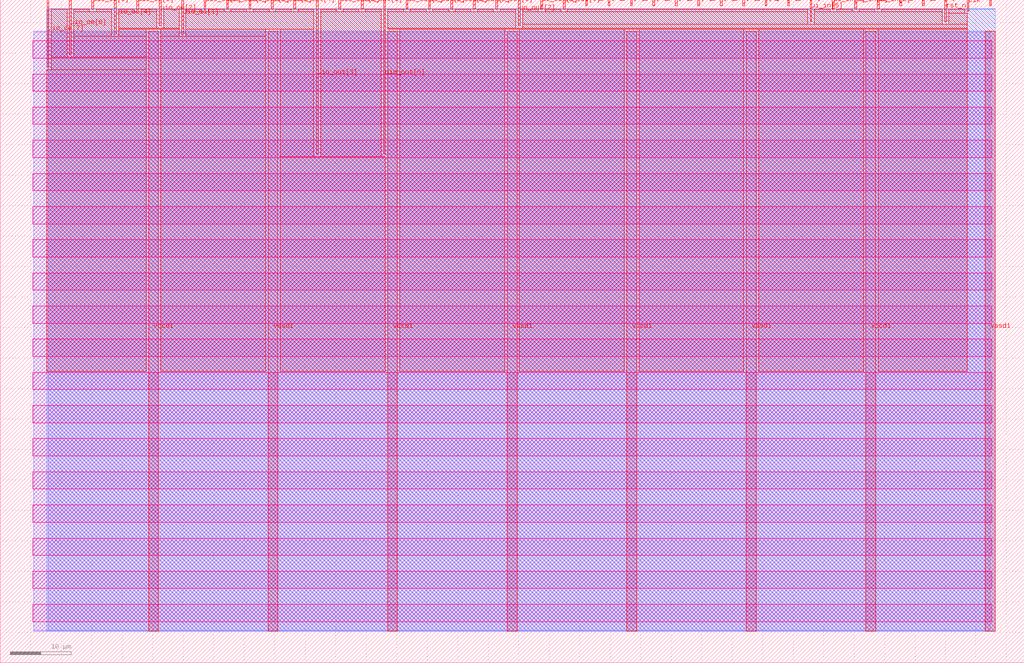
<source format=lef>
VERSION 5.7 ;
  NOWIREEXTENSIONATPIN ON ;
  DIVIDERCHAR "/" ;
  BUSBITCHARS "[]" ;
MACRO tt_um_psychogenic_neptuneproportional
  CLASS BLOCK ;
  FOREIGN tt_um_psychogenic_neptuneproportional ;
  ORIGIN 0.000 0.000 ;
  SIZE 167.900 BY 108.800 ;
  PIN clk
    DIRECTION INPUT ;
    USE SIGNAL ;
    PORT
      LAYER met4 ;
        RECT 158.550 106.950 158.850 108.800 ;
    END
  END clk
  PIN ena
    DIRECTION INPUT ;
    USE SIGNAL ;
    PORT
      LAYER met4 ;
        RECT 162.230 107.800 162.530 108.800 ;
    END
  END ena
  PIN rst_n
    DIRECTION INPUT ;
    USE SIGNAL ;
    PORT
      LAYER met4 ;
        RECT 154.870 105.220 155.170 108.800 ;
    END
  END rst_n
  PIN ui_in[0]
    DIRECTION INPUT ;
    USE SIGNAL ;
    PORT
      LAYER met4 ;
        RECT 151.190 107.800 151.490 108.800 ;
    END
  END ui_in[0]
  PIN ui_in[1]
    DIRECTION INPUT ;
    USE SIGNAL ;
    PORT
      LAYER met4 ;
        RECT 147.510 107.800 147.810 108.800 ;
    END
  END ui_in[1]
  PIN ui_in[2]
    DIRECTION INPUT ;
    USE SIGNAL ;
    PORT
      LAYER met4 ;
        RECT 143.830 107.260 144.130 108.800 ;
    END
  END ui_in[2]
  PIN ui_in[3]
    DIRECTION INPUT ;
    USE SIGNAL ;
    PORT
      LAYER met4 ;
        RECT 140.150 107.260 140.450 108.800 ;
    END
  END ui_in[3]
  PIN ui_in[4]
    DIRECTION INPUT ;
    USE SIGNAL ;
    PORT
      LAYER met4 ;
        RECT 136.470 107.260 136.770 108.800 ;
    END
  END ui_in[4]
  PIN ui_in[5]
    DIRECTION INPUT ;
    USE SIGNAL ;
    PORT
      LAYER met4 ;
        RECT 132.790 105.220 133.090 108.800 ;
    END
  END ui_in[5]
  PIN ui_in[6]
    DIRECTION INPUT ;
    USE SIGNAL ;
    PORT
      LAYER met4 ;
        RECT 129.110 107.800 129.410 108.800 ;
    END
  END ui_in[6]
  PIN ui_in[7]
    DIRECTION INPUT ;
    USE SIGNAL ;
    PORT
      LAYER met4 ;
        RECT 125.430 107.800 125.730 108.800 ;
    END
  END ui_in[7]
  PIN uio_in[0]
    DIRECTION INPUT ;
    USE SIGNAL ;
    PORT
      LAYER met4 ;
        RECT 121.750 107.800 122.050 108.800 ;
    END
  END uio_in[0]
  PIN uio_in[1]
    DIRECTION INPUT ;
    USE SIGNAL ;
    PORT
      LAYER met4 ;
        RECT 118.070 107.800 118.370 108.800 ;
    END
  END uio_in[1]
  PIN uio_in[2]
    DIRECTION INPUT ;
    USE SIGNAL ;
    PORT
      LAYER met4 ;
        RECT 114.390 107.800 114.690 108.800 ;
    END
  END uio_in[2]
  PIN uio_in[3]
    DIRECTION INPUT ;
    USE SIGNAL ;
    PORT
      LAYER met4 ;
        RECT 110.710 107.800 111.010 108.800 ;
    END
  END uio_in[3]
  PIN uio_in[4]
    DIRECTION INPUT ;
    USE SIGNAL ;
    PORT
      LAYER met4 ;
        RECT 107.030 107.800 107.330 108.800 ;
    END
  END uio_in[4]
  PIN uio_in[5]
    DIRECTION INPUT ;
    USE SIGNAL ;
    PORT
      LAYER met4 ;
        RECT 103.350 107.800 103.650 108.800 ;
    END
  END uio_in[5]
  PIN uio_in[6]
    DIRECTION INPUT ;
    USE SIGNAL ;
    PORT
      LAYER met4 ;
        RECT 99.670 107.800 99.970 108.800 ;
    END
  END uio_in[6]
  PIN uio_in[7]
    DIRECTION INPUT ;
    USE SIGNAL ;
    PORT
      LAYER met4 ;
        RECT 95.990 107.800 96.290 108.800 ;
    END
  END uio_in[7]
  PIN uio_oe[0]
    DIRECTION OUTPUT TRISTATE ;
    USE SIGNAL ;
    PORT
      LAYER met4 ;
        RECT 33.430 107.260 33.730 108.800 ;
    END
  END uio_oe[0]
  PIN uio_oe[1]
    DIRECTION OUTPUT TRISTATE ;
    USE SIGNAL ;
    PORT
      LAYER met4 ;
        RECT 29.750 103.180 30.050 108.800 ;
    END
  END uio_oe[1]
  PIN uio_oe[2]
    DIRECTION OUTPUT TRISTATE ;
    USE SIGNAL ;
    PORT
      LAYER met4 ;
        RECT 26.070 104.540 26.370 108.800 ;
    END
  END uio_oe[2]
  PIN uio_oe[3]
    DIRECTION OUTPUT TRISTATE ;
    USE SIGNAL ;
    PORT
      LAYER met4 ;
        RECT 22.390 107.260 22.690 108.800 ;
    END
  END uio_oe[3]
  PIN uio_oe[4]
    DIRECTION OUTPUT TRISTATE ;
    USE SIGNAL ;
    PORT
      LAYER met4 ;
        RECT 18.710 103.180 19.010 108.800 ;
    END
  END uio_oe[4]
  PIN uio_oe[5]
    DIRECTION OUTPUT TRISTATE ;
    USE SIGNAL ;
    PORT
      LAYER met4 ;
        RECT 15.030 107.260 15.330 108.800 ;
    END
  END uio_oe[5]
  PIN uio_oe[6]
    DIRECTION OUTPUT TRISTATE ;
    USE SIGNAL ;
    PORT
      LAYER met4 ;
        RECT 11.350 99.780 11.650 108.800 ;
    END
  END uio_oe[6]
  PIN uio_oe[7]
    DIRECTION OUTPUT TRISTATE ;
    USE SIGNAL ;
    PORT
      LAYER met4 ;
        RECT 7.670 97.740 7.970 108.800 ;
    END
  END uio_oe[7]
  PIN uio_out[0]
    DIRECTION OUTPUT TRISTATE ;
    USE SIGNAL ;
    PORT
      LAYER met4 ;
        RECT 62.870 83.460 63.170 108.800 ;
    END
  END uio_out[0]
  PIN uio_out[1]
    DIRECTION OUTPUT TRISTATE ;
    USE SIGNAL ;
    PORT
      LAYER met4 ;
        RECT 59.190 107.260 59.490 108.800 ;
    END
  END uio_out[1]
  PIN uio_out[2]
    DIRECTION OUTPUT TRISTATE ;
    USE SIGNAL ;
    PORT
      LAYER met4 ;
        RECT 55.510 107.260 55.810 108.800 ;
    END
  END uio_out[2]
  PIN uio_out[3]
    DIRECTION OUTPUT TRISTATE ;
    USE SIGNAL ;
    PORT
      LAYER met4 ;
        RECT 51.830 83.460 52.130 108.800 ;
    END
  END uio_out[3]
  PIN uio_out[4]
    DIRECTION OUTPUT TRISTATE ;
    USE SIGNAL ;
    PORT
      LAYER met4 ;
        RECT 48.150 107.260 48.450 108.800 ;
    END
  END uio_out[4]
  PIN uio_out[5]
    DIRECTION OUTPUT TRISTATE ;
    USE SIGNAL ;
    PORT
      LAYER met4 ;
        RECT 44.470 107.260 44.770 108.800 ;
    END
  END uio_out[5]
  PIN uio_out[6]
    DIRECTION OUTPUT TRISTATE ;
    USE SIGNAL ;
    PORT
      LAYER met4 ;
        RECT 40.790 107.260 41.090 108.800 ;
    END
  END uio_out[6]
  PIN uio_out[7]
    DIRECTION OUTPUT TRISTATE ;
    USE SIGNAL ;
    PORT
      LAYER met4 ;
        RECT 37.110 107.260 37.410 108.800 ;
    END
  END uio_out[7]
  PIN uo_out[0]
    DIRECTION OUTPUT TRISTATE ;
    USE SIGNAL ;
    PORT
      LAYER met4 ;
        RECT 92.310 107.260 92.610 108.800 ;
    END
  END uo_out[0]
  PIN uo_out[1]
    DIRECTION OUTPUT TRISTATE ;
    USE SIGNAL ;
    PORT
      LAYER met4 ;
        RECT 88.630 107.260 88.930 108.800 ;
    END
  END uo_out[1]
  PIN uo_out[2]
    DIRECTION OUTPUT TRISTATE ;
    USE SIGNAL ;
    PORT
      LAYER met4 ;
        RECT 84.950 104.540 85.250 108.800 ;
    END
  END uo_out[2]
  PIN uo_out[3]
    DIRECTION OUTPUT TRISTATE ;
    USE SIGNAL ;
    PORT
      LAYER met4 ;
        RECT 81.270 107.260 81.570 108.800 ;
    END
  END uo_out[3]
  PIN uo_out[4]
    DIRECTION OUTPUT TRISTATE ;
    USE SIGNAL ;
    PORT
      LAYER met4 ;
        RECT 77.590 107.260 77.890 108.800 ;
    END
  END uo_out[4]
  PIN uo_out[5]
    DIRECTION OUTPUT TRISTATE ;
    USE SIGNAL ;
    PORT
      LAYER met4 ;
        RECT 73.910 107.260 74.210 108.800 ;
    END
  END uo_out[5]
  PIN uo_out[6]
    DIRECTION OUTPUT TRISTATE ;
    USE SIGNAL ;
    PORT
      LAYER met4 ;
        RECT 70.230 107.260 70.530 108.800 ;
    END
  END uo_out[6]
  PIN uo_out[7]
    DIRECTION OUTPUT TRISTATE ;
    USE SIGNAL ;
    PORT
      LAYER met4 ;
        RECT 66.550 107.260 66.850 108.800 ;
    END
  END uo_out[7]
  PIN vccd1
    DIRECTION INOUT ;
    USE POWER ;
    PORT
      LAYER met4 ;
        RECT 24.325 5.200 25.925 103.600 ;
    END
    PORT
      LAYER met4 ;
        RECT 63.535 5.200 65.135 103.600 ;
    END
    PORT
      LAYER met4 ;
        RECT 102.745 5.200 104.345 103.600 ;
    END
    PORT
      LAYER met4 ;
        RECT 141.955 5.200 143.555 103.600 ;
    END
  END vccd1
  PIN vssd1
    DIRECTION INOUT ;
    USE GROUND ;
    PORT
      LAYER met4 ;
        RECT 43.930 5.200 45.530 103.600 ;
    END
    PORT
      LAYER met4 ;
        RECT 83.140 5.200 84.740 103.600 ;
    END
    PORT
      LAYER met4 ;
        RECT 122.350 5.200 123.950 103.600 ;
    END
    PORT
      LAYER met4 ;
        RECT 161.560 5.200 163.160 103.600 ;
    END
  END vssd1
  OBS
      LAYER nwell ;
        RECT 5.330 99.225 162.570 102.055 ;
        RECT 5.330 93.785 162.570 96.615 ;
        RECT 5.330 88.345 162.570 91.175 ;
        RECT 5.330 82.905 162.570 85.735 ;
        RECT 5.330 77.465 162.570 80.295 ;
        RECT 5.330 72.025 162.570 74.855 ;
        RECT 5.330 66.585 162.570 69.415 ;
        RECT 5.330 61.145 162.570 63.975 ;
        RECT 5.330 55.705 162.570 58.535 ;
        RECT 5.330 50.265 162.570 53.095 ;
        RECT 5.330 44.825 162.570 47.655 ;
        RECT 5.330 39.385 162.570 42.215 ;
        RECT 5.330 33.945 162.570 36.775 ;
        RECT 5.330 28.505 162.570 31.335 ;
        RECT 5.330 23.065 162.570 25.895 ;
        RECT 5.330 17.625 162.570 20.455 ;
        RECT 5.330 12.185 162.570 15.015 ;
        RECT 5.330 6.745 162.570 9.575 ;
      LAYER li1 ;
        RECT 5.520 5.355 162.380 103.445 ;
      LAYER met1 ;
        RECT 5.520 5.200 163.160 103.600 ;
      LAYER met2 ;
        RECT 7.910 5.255 163.130 107.285 ;
      LAYER met3 ;
        RECT 7.630 5.275 163.150 107.265 ;
      LAYER met4 ;
        RECT 8.370 99.380 10.950 107.265 ;
        RECT 12.050 106.860 14.630 107.265 ;
        RECT 15.730 106.860 18.310 107.265 ;
        RECT 12.050 102.780 18.310 106.860 ;
        RECT 19.410 106.860 21.990 107.265 ;
        RECT 23.090 106.860 25.670 107.265 ;
        RECT 19.410 104.140 25.670 106.860 ;
        RECT 26.770 104.140 29.350 107.265 ;
        RECT 19.410 104.000 29.350 104.140 ;
        RECT 19.410 102.780 23.925 104.000 ;
        RECT 12.050 99.380 23.925 102.780 ;
        RECT 8.370 97.340 23.925 99.380 ;
        RECT 7.655 47.775 23.925 97.340 ;
        RECT 26.325 102.780 29.350 104.000 ;
        RECT 30.450 106.860 33.030 107.265 ;
        RECT 34.130 106.860 36.710 107.265 ;
        RECT 37.810 106.860 40.390 107.265 ;
        RECT 41.490 106.860 44.070 107.265 ;
        RECT 45.170 106.860 47.750 107.265 ;
        RECT 48.850 106.860 51.430 107.265 ;
        RECT 30.450 104.000 51.430 106.860 ;
        RECT 30.450 102.780 43.530 104.000 ;
        RECT 26.325 47.775 43.530 102.780 ;
        RECT 45.930 83.060 51.430 104.000 ;
        RECT 52.530 106.860 55.110 107.265 ;
        RECT 56.210 106.860 58.790 107.265 ;
        RECT 59.890 106.860 62.470 107.265 ;
        RECT 52.530 83.060 62.470 106.860 ;
        RECT 63.570 106.860 66.150 107.265 ;
        RECT 67.250 106.860 69.830 107.265 ;
        RECT 70.930 106.860 73.510 107.265 ;
        RECT 74.610 106.860 77.190 107.265 ;
        RECT 78.290 106.860 80.870 107.265 ;
        RECT 81.970 106.860 84.550 107.265 ;
        RECT 63.570 104.140 84.550 106.860 ;
        RECT 85.650 106.860 88.230 107.265 ;
        RECT 89.330 106.860 91.910 107.265 ;
        RECT 93.010 106.860 132.390 107.265 ;
        RECT 85.650 104.820 132.390 106.860 ;
        RECT 133.490 106.860 136.070 107.265 ;
        RECT 137.170 106.860 139.750 107.265 ;
        RECT 140.850 106.860 143.430 107.265 ;
        RECT 144.530 106.860 154.470 107.265 ;
        RECT 133.490 104.820 154.470 106.860 ;
        RECT 155.570 106.550 158.150 107.265 ;
        RECT 155.570 104.820 158.550 106.550 ;
        RECT 85.650 104.140 158.550 104.820 ;
        RECT 63.570 104.000 158.550 104.140 ;
        RECT 45.930 47.775 63.135 83.060 ;
        RECT 65.535 47.775 82.740 104.000 ;
        RECT 85.140 47.775 102.345 104.000 ;
        RECT 104.745 47.775 121.950 104.000 ;
        RECT 124.350 47.775 141.555 104.000 ;
        RECT 143.955 47.775 158.550 104.000 ;
  END
END tt_um_psychogenic_neptuneproportional
END LIBRARY


</source>
